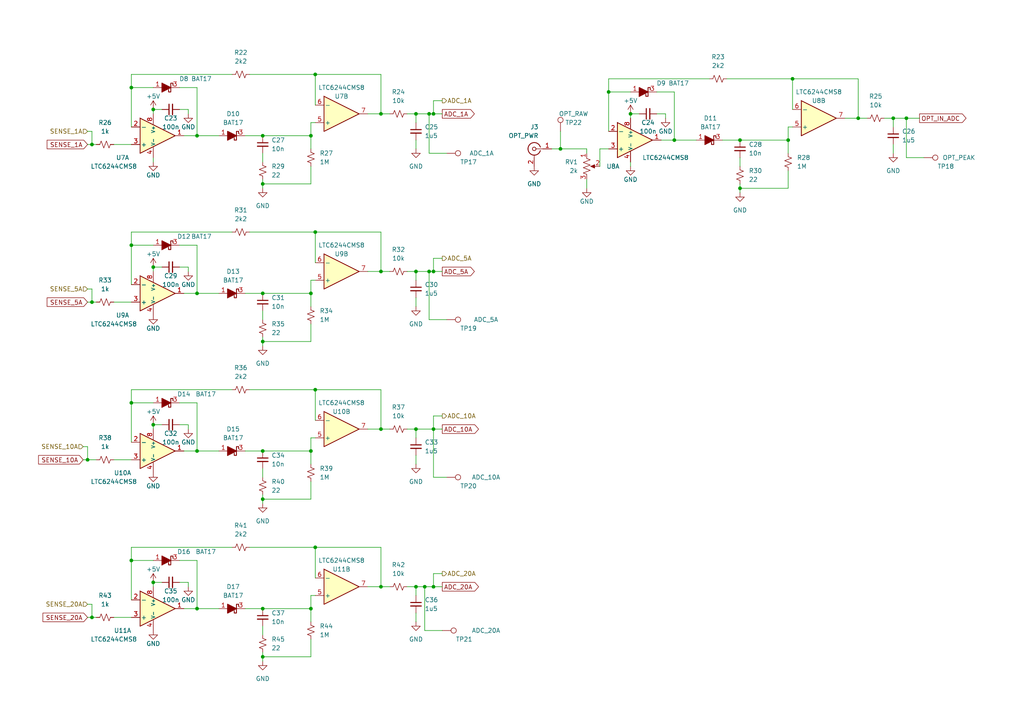
<source format=kicad_sch>
(kicad_sch (version 20231120) (generator "eeschema") (generator_version "8.0")
  (paper "A4")
  (lib_symbols
    (symbol "Connector:Conn_Coaxial" (pin_names (offset 1.016) hide)
      (property "Reference" "J" (at 0.254 3.048 0))
      (property "Value" "Conn_Coaxial" (at 2.921 0 90))
      (symbol "Conn_Coaxial_0_1"
        (arc (start -1.778 -0.508) (mid 0.2311 -1.8066) (end 1.778 0) (stroke (width 0.254)))
        (polyline (pts (xy -2.54 0) (xy -0.508 0)))
        (polyline (pts (xy 0 -2.54) (xy 0 -1.778)))
        (circle (center 0 0) (radius 0.508) (stroke (width 0.2032)))
        (arc (start 1.778 0) (mid 0.2099 1.8101) (end -1.778 0.508) (stroke (width 0.254)))
      )
      (symbol "Conn_Coaxial_1_1"
        (pin passive line (at -5.08 0 0) (length 2.54) (name "In") (number "1"))
        (pin passive line (at 0 -5.08 90) (length 2.54) (name "Ext") (number "2"))
      )
    )
    (symbol "Connector:TestPoint" (pin_numbers hide) (pin_names (offset 0.762) hide)
      (property "Reference" "TP" (at 0 6.858 0))
      (property "Value" "TestPoint" (at 0 5.08 0))
      (symbol "TestPoint_0_1"
        (circle (center 0 3.302) (radius 0.762))
      )
      (symbol "TestPoint_1_1"
        (pin passive line (at 0 0 90) (length 2.54) (name "1") (number "1"))
      )
    )
    (symbol "Device:C_Small" (pin_numbers hide) (pin_names (offset 0.254) hide)
      (property "Reference" "C" (at 0.254 1.778 0))
      (property "Value" "C_Small" (at 0.254 -2.032 0))
      (symbol "C_Small_0_1"
        (polyline (pts (xy -1.524 -0.508) (xy 1.524 -0.508)) (stroke (width 0.3302)))
        (polyline (pts (xy -1.524 0.508) (xy 1.524 0.508)) (stroke (width 0.3048)))
      )
      (symbol "C_Small_1_1"
        (pin passive line (at 0 2.54 270) (length 2.032) (name "~") (number "1"))
        (pin passive line (at 0 -2.54 90) (length 2.032) (name "~") (number "2"))
      )
    )
    (symbol "Device:R_Potentiometer_US" (pin_names (offset 1.016) hide)
      (property "Reference" "RV" (at -4.445 0 90))
      (property "Value" "R_Potentiometer_US" (at -2.54 0 90))
      (symbol "R_Potentiometer_US_0_1"
        (polyline (pts (xy 0 -2.286) (xy 0 -2.54)))
        (polyline (pts (xy 0 2.54) (xy 0 2.286)))
        (polyline (pts (xy 2.54 0) (xy 1.524 0)))
        (polyline (pts (xy 1.143 0) (xy 2.286 0.508) (xy 2.286 -0.508) (xy 1.143 0)) (fill (type outline)))
        (polyline (pts (xy 0 -0.762) (xy 1.016 -1.143) (xy 0 -1.524) (xy -1.016 -1.905) (xy 0 -2.286)))
        (polyline (pts (xy 0 0.762) (xy 1.016 0.381) (xy 0 0) (xy -1.016 -0.381) (xy 0 -0.762)))
        (polyline (pts (xy 0 2.286) (xy 1.016 1.905) (xy 0 1.524) (xy -1.016 1.143) (xy 0 0.762)))
      )
      (symbol "R_Potentiometer_US_1_1"
        (pin passive line (at 0 3.81 270) (length 1.27) (name "1") (number "1"))
        (pin passive line (at 3.81 0 180) (length 1.27) (name "2") (number "2"))
        (pin passive line (at 0 -3.81 90) (length 1.27) (name "3") (number "3"))
      )
    )
    (symbol "Device:R_Small_US" (pin_numbers hide) (pin_names (offset 0.254) hide)
      (property "Reference" "R" (at 0.762 0.508 0))
      (property "Value" "R_Small_US" (at 0.762 -1.016 0))
      (symbol "R_Small_US_1_1"
        (polyline (pts (xy 0 0) (xy 1.016 -0.381) (xy 0 -0.762) (xy -1.016 -1.143) (xy 0 -1.524)))
        (polyline (pts (xy 0 1.524) (xy 1.016 1.143) (xy 0 0.762) (xy -1.016 0.381) (xy 0 0)))
        (pin passive line (at 0 2.54 270) (length 1.016) (name "~") (number "1"))
        (pin passive line (at 0 -2.54 90) (length 1.016) (name "~") (number "2"))
      )
    )
    (symbol "PCM_Amplifier_Operational_AKL:LTC6244CMS8" (pin_names (offset 0.2))
      (property "Reference" "U" (at 1.27 7.62 0))
      (property "Value" "LTC6244CMS8" (at 1.27 5.08 0))
      (symbol "LTC6244CMS8_0_1"
        (polyline (pts (xy -3.81 5.08) (xy -3.81 -5.08) (xy 6.35 0) (xy -3.81 5.08)) (stroke (width 0.254)) (fill (type background)))
      )
      (symbol "LTC6244CMS8_1_1"
        (pin output line (at 8.89 0 180) (length 2.54) (name "~") (number "1"))
        (pin input line (at -6.35 2.54 0) (length 2.54) (name "-") (number "2"))
        (pin input line (at -6.35 -2.54 0) (length 2.54) (name "+") (number "3"))
        (pin power_in line (at 0 -6.35 90) (length 3.18) (name "V-") (number "4"))
        (pin power_in line (at 0 6.35 270) (length 3.18) (name "V+") (number "8"))
      )
      (symbol "LTC6244CMS8_2_1"
        (pin input line (at -6.35 -2.54 0) (length 2.54) (name "+") (number "5"))
        (pin input line (at -6.35 2.54 0) (length 2.54) (name "-") (number "6"))
        (pin output line (at 8.89 0 180) (length 2.54) (name "~") (number "7"))
      )
    )
    (symbol "PCM_Diode_Schottky_AKL:BAT17" (pin_names (offset 1.016) hide)
      (property "Reference" "D" (at 0 6.35 0))
      (property "Value" "BAT17" (at 0 3.81 0))
      (symbol "BAT17_0_1"
        (polyline (pts (xy -1.27 0) (xy 1.27 0)))
        (polyline (pts (xy -1.27 1.27) (xy -1.27 -1.27)) (stroke (width 0.254)))
        (polyline (pts (xy -1.27 -1.27) (xy -1.27 1.27) (xy 1.27 0) (xy -1.27 -1.27)) (stroke (width 0.254)) (fill (type outline)))
      )
      (symbol "BAT17_1_1"
        (polyline (pts (xy 1.905 0.635) (xy 1.905 1.27) (xy 1.27 1.27) (xy 1.27 -1.27) (xy 0.635 -1.27) (xy 0.635 -0.635)) (stroke (width 0.254)))
        (pin passive line (at -3.81 0 0) (length 2.54) (name "A") (number "1"))
        (pin no_connect line (at 0 0 0) (length 2.54) hide (name "NC") (number "2"))
        (pin passive line (at 3.81 0 180) (length 2.54) (name "K") (number "3"))
      )
    )
    (symbol "power:+5V" (power) (pin_names (offset 0))
      (property "Value" "+5V" (at 0 3.556 0))
      (symbol "+5V_0_1"
        (polyline (pts (xy -0.762 1.27) (xy 0 2.54)))
        (polyline (pts (xy 0 0) (xy 0 2.54)))
        (polyline (pts (xy 0 2.54) (xy 0.762 1.27)))
      )
      (symbol "+5V_1_1"
        (pin power_in line (at 0 0 90) (length 0) hide (name "+5V") (number "1"))
      )
    )
    (symbol "power:GND" (power) (pin_names (offset 0))
      (property "Value" "GND" (at 0 -3.81 0))
      (symbol "GND_0_1"
        (polyline (pts (xy 0 0) (xy 0 -1.27) (xy 1.27 -1.27) (xy 0 -2.54) (xy -1.27 -1.27) (xy 0 -1.27)))
      )
      (symbol "GND_1_1"
        (pin power_in line (at 0 0 270) (length 0) hide (name "GND") (number "1"))
      )
    )
  )
  (junction (at 44.45 123.19))
  (junction (at 124.46 78.74))
  (junction (at 38.1 71.12))
  (junction (at 90.17 176.53))
  (junction (at 26.67 87.63))
  (junction (at 120.65 33.02))
  (junction (at 176.53 26.67))
  (junction (at 229.87 22.86))
  (junction (at 125.73 170.18))
  (junction (at 195.58 40.64))
  (junction (at 90.17 130.81))
  (junction (at 76.2 190.5))
  (junction (at 76.2 53.34))
  (junction (at 76.2 176.53))
  (junction (at 91.44 158.75))
  (junction (at 26.67 179.07))
  (junction (at 76.2 144.78))
  (junction (at 38.1 162.56))
  (junction (at 26.67 41.91))
  (junction (at 25.4 133.35))
  (junction (at 76.2 85.09))
  (junction (at 120.65 78.74))
  (junction (at 57.15 85.09))
  (junction (at 182.88 33.02))
  (junction (at 125.73 78.74))
  (junction (at 57.15 39.37))
  (junction (at 162.56 43.18))
  (junction (at 91.44 21.59))
  (junction (at 76.2 39.37))
  (junction (at 90.17 85.09))
  (junction (at 262.89 34.29))
  (junction (at 123.19 170.18))
  (junction (at 76.2 99.06))
  (junction (at 248.92 34.29))
  (junction (at 214.63 40.64))
  (junction (at 90.17 39.37))
  (junction (at 38.1 116.84))
  (junction (at 44.45 31.75))
  (junction (at 125.73 33.02))
  (junction (at 259.08 34.29))
  (junction (at 110.49 78.74))
  (junction (at 110.49 170.18))
  (junction (at 57.15 130.81))
  (junction (at 44.45 77.47))
  (junction (at 120.65 124.46))
  (junction (at 124.46 33.02))
  (junction (at 125.73 124.46))
  (junction (at 91.44 67.31))
  (junction (at 76.2 130.81))
  (junction (at 91.44 113.03))
  (junction (at 38.1 25.4))
  (junction (at 120.65 170.18))
  (junction (at 110.49 124.46))
  (junction (at 214.63 54.61))
  (junction (at 110.49 33.02))
  (junction (at 57.15 176.53))
  (junction (at 44.45 168.91))
  (junction (at 228.6 40.64))
  (wire (pts (xy 228.6 54.61) (xy 214.63 54.61)))
  (wire (pts (xy 54.61 33.02) (xy 54.61 31.75)))
  (wire (pts (xy 90.17 39.37) (xy 76.2 39.37)))
  (wire (pts (xy 120.65 170.18) (xy 118.11 170.18)))
  (wire (pts (xy 76.2 189.23) (xy 76.2 190.5)))
  (wire (pts (xy 228.6 36.83) (xy 228.6 40.64)))
  (wire (pts (xy 124.46 33.02) (xy 125.73 33.02)))
  (wire (pts (xy 110.49 21.59) (xy 110.49 33.02)))
  (wire (pts (xy 52.07 25.4) (xy 57.15 25.4)))
  (wire (pts (xy 90.17 134.62) (xy 90.17 130.81)))
  (wire (pts (xy 120.65 86.36) (xy 120.65 88.9)))
  (wire (pts (xy 57.15 130.81) (xy 53.34 130.81)))
  (wire (pts (xy 90.17 85.09) (xy 76.2 85.09)))
  (wire (pts (xy 91.44 113.03) (xy 91.44 121.92)))
  (wire (pts (xy 76.2 143.51) (xy 76.2 144.78)))
  (wire (pts (xy 54.61 170.18) (xy 54.61 168.91)))
  (wire (pts (xy 91.44 158.75) (xy 91.44 167.64)))
  (wire (pts (xy 128.27 166.37) (xy 125.73 166.37)))
  (wire (pts (xy 52.07 71.12) (xy 57.15 71.12)))
  (wire (pts (xy 76.2 44.45) (xy 76.2 46.99)))
  (wire (pts (xy 54.61 123.19) (xy 52.07 123.19)))
  (wire (pts (xy 25.4 179.07) (xy 26.67 179.07)))
  (wire (pts (xy 173.99 48.26) (xy 173.99 43.18)))
  (wire (pts (xy 44.45 31.75) (xy 44.45 33.02)))
  (wire (pts (xy 176.53 26.67) (xy 176.53 38.1)))
  (wire (pts (xy 210.82 22.86) (xy 229.87 22.86)))
  (wire (pts (xy 33.02 179.07) (xy 38.1 179.07)))
  (wire (pts (xy 57.15 176.53) (xy 53.34 176.53)))
  (wire (pts (xy 90.17 190.5) (xy 76.2 190.5)))
  (wire (pts (xy 120.65 132.08) (xy 120.65 134.62)))
  (wire (pts (xy 38.1 25.4) (xy 38.1 36.83)))
  (wire (pts (xy 110.49 78.74) (xy 106.68 78.74)))
  (wire (pts (xy 120.65 127) (xy 120.65 124.46)))
  (wire (pts (xy 57.15 85.09) (xy 63.5 85.09)))
  (wire (pts (xy 38.1 71.12) (xy 44.45 71.12)))
  (wire (pts (xy 120.65 124.46) (xy 118.11 124.46)))
  (wire (pts (xy 91.44 21.59) (xy 110.49 21.59)))
  (wire (pts (xy 25.4 175.26) (xy 26.67 175.26)))
  (wire (pts (xy 26.67 175.26) (xy 26.67 179.07)))
  (wire (pts (xy 33.02 41.91) (xy 38.1 41.91)))
  (wire (pts (xy 120.65 78.74) (xy 118.11 78.74)))
  (wire (pts (xy 72.39 113.03) (xy 91.44 113.03)))
  (wire (pts (xy 267.97 45.72) (xy 262.89 45.72)))
  (wire (pts (xy 38.1 67.31) (xy 38.1 71.12)))
  (wire (pts (xy 124.46 92.71) (xy 124.46 78.74)))
  (wire (pts (xy 71.12 130.81) (xy 76.2 130.81)))
  (wire (pts (xy 91.44 67.31) (xy 91.44 76.2)))
  (wire (pts (xy 259.08 41.91) (xy 259.08 44.45)))
  (wire (pts (xy 214.63 45.72) (xy 214.63 48.26)))
  (wire (pts (xy 26.67 179.07) (xy 27.94 179.07)))
  (wire (pts (xy 91.44 127) (xy 90.17 127)))
  (wire (pts (xy 214.63 54.61) (xy 214.63 55.88)))
  (wire (pts (xy 125.73 138.43) (xy 125.73 124.46)))
  (wire (pts (xy 110.49 170.18) (xy 113.03 170.18)))
  (wire (pts (xy 44.45 31.75) (xy 46.99 31.75)))
  (wire (pts (xy 90.17 93.98) (xy 90.17 99.06)))
  (wire (pts (xy 120.65 177.8) (xy 120.65 180.34)))
  (wire (pts (xy 25.4 129.54) (xy 25.4 133.35)))
  (wire (pts (xy 76.2 90.17) (xy 76.2 92.71)))
  (wire (pts (xy 54.61 124.46) (xy 54.61 123.19)))
  (wire (pts (xy 195.58 26.67) (xy 195.58 40.64)))
  (wire (pts (xy 52.07 162.56) (xy 57.15 162.56)))
  (wire (pts (xy 57.15 162.56) (xy 57.15 176.53)))
  (wire (pts (xy 91.44 172.72) (xy 90.17 172.72)))
  (wire (pts (xy 120.65 81.28) (xy 120.65 78.74)))
  (wire (pts (xy 228.6 40.64) (xy 214.63 40.64)))
  (wire (pts (xy 90.17 35.56) (xy 90.17 39.37)))
  (wire (pts (xy 57.15 130.81) (xy 63.5 130.81)))
  (wire (pts (xy 124.46 78.74) (xy 125.73 78.74)))
  (wire (pts (xy 44.45 123.19) (xy 46.99 123.19)))
  (wire (pts (xy 44.45 168.91) (xy 46.99 168.91)))
  (wire (pts (xy 76.2 144.78) (xy 76.2 146.05)))
  (wire (pts (xy 71.12 39.37) (xy 76.2 39.37)))
  (wire (pts (xy 76.2 181.61) (xy 76.2 184.15)))
  (wire (pts (xy 120.65 35.56) (xy 120.65 33.02)))
  (wire (pts (xy 170.18 52.07) (xy 170.18 54.61)))
  (wire (pts (xy 67.31 67.31) (xy 38.1 67.31)))
  (wire (pts (xy 182.88 46.99) (xy 182.88 48.26)))
  (wire (pts (xy 209.55 40.64) (xy 214.63 40.64)))
  (wire (pts (xy 38.1 162.56) (xy 38.1 173.99)))
  (wire (pts (xy 44.45 77.47) (xy 46.99 77.47)))
  (wire (pts (xy 76.2 97.79) (xy 76.2 99.06)))
  (wire (pts (xy 38.1 21.59) (xy 38.1 25.4)))
  (wire (pts (xy 120.65 78.74) (xy 124.46 78.74)))
  (wire (pts (xy 229.87 36.83) (xy 228.6 36.83)))
  (wire (pts (xy 90.17 185.42) (xy 90.17 190.5)))
  (wire (pts (xy 162.56 38.1) (xy 162.56 43.18)))
  (wire (pts (xy 160.02 43.18) (xy 162.56 43.18)))
  (wire (pts (xy 128.27 74.93) (xy 125.73 74.93)))
  (wire (pts (xy 124.46 33.02) (xy 124.46 44.45)))
  (wire (pts (xy 129.54 92.71) (xy 124.46 92.71)))
  (wire (pts (xy 71.12 85.09) (xy 76.2 85.09)))
  (wire (pts (xy 120.65 40.64) (xy 120.65 43.18)))
  (wire (pts (xy 90.17 88.9) (xy 90.17 85.09)))
  (wire (pts (xy 54.61 31.75) (xy 52.07 31.75)))
  (wire (pts (xy 125.73 120.65) (xy 125.73 124.46)))
  (wire (pts (xy 229.87 22.86) (xy 248.92 22.86)))
  (wire (pts (xy 25.4 38.1) (xy 26.67 38.1)))
  (wire (pts (xy 44.45 45.72) (xy 44.45 46.99)))
  (wire (pts (xy 110.49 78.74) (xy 113.03 78.74)))
  (wire (pts (xy 26.67 41.91) (xy 27.94 41.91)))
  (wire (pts (xy 110.49 158.75) (xy 110.49 170.18)))
  (wire (pts (xy 90.17 48.26) (xy 90.17 53.34)))
  (wire (pts (xy 57.15 176.53) (xy 63.5 176.53)))
  (wire (pts (xy 91.44 21.59) (xy 91.44 30.48)))
  (wire (pts (xy 25.4 87.63) (xy 26.67 87.63)))
  (wire (pts (xy 72.39 21.59) (xy 91.44 21.59)))
  (wire (pts (xy 182.88 33.02) (xy 185.42 33.02)))
  (wire (pts (xy 128.27 29.21) (xy 125.73 29.21)))
  (wire (pts (xy 262.89 34.29) (xy 266.7 34.29)))
  (wire (pts (xy 195.58 40.64) (xy 201.93 40.64)))
  (wire (pts (xy 125.73 33.02) (xy 128.27 33.02)))
  (wire (pts (xy 25.4 83.82) (xy 26.67 83.82)))
  (wire (pts (xy 228.6 49.53) (xy 228.6 54.61)))
  (wire (pts (xy 262.89 34.29) (xy 262.89 45.72)))
  (wire (pts (xy 38.1 116.84) (xy 38.1 128.27)))
  (wire (pts (xy 57.15 39.37) (xy 53.34 39.37)))
  (wire (pts (xy 76.2 135.89) (xy 76.2 138.43)))
  (wire (pts (xy 120.65 170.18) (xy 123.19 170.18)))
  (wire (pts (xy 120.65 124.46) (xy 125.73 124.46)))
  (wire (pts (xy 90.17 81.28) (xy 90.17 85.09)))
  (wire (pts (xy 193.04 33.02) (xy 190.5 33.02)))
  (wire (pts (xy 26.67 83.82) (xy 26.67 87.63)))
  (wire (pts (xy 57.15 39.37) (xy 63.5 39.37)))
  (wire (pts (xy 67.31 158.75) (xy 38.1 158.75)))
  (wire (pts (xy 91.44 158.75) (xy 110.49 158.75)))
  (wire (pts (xy 57.15 116.84) (xy 57.15 130.81)))
  (wire (pts (xy 90.17 139.7) (xy 90.17 144.78)))
  (wire (pts (xy 33.02 133.35) (xy 38.1 133.35)))
  (wire (pts (xy 248.92 34.29) (xy 251.46 34.29)))
  (wire (pts (xy 91.44 81.28) (xy 90.17 81.28)))
  (wire (pts (xy 76.2 52.07) (xy 76.2 53.34)))
  (wire (pts (xy 44.45 123.19) (xy 44.45 124.46)))
  (wire (pts (xy 229.87 22.86) (xy 229.87 31.75)))
  (wire (pts (xy 38.1 113.03) (xy 38.1 116.84)))
  (wire (pts (xy 110.49 33.02) (xy 106.68 33.02)))
  (wire (pts (xy 193.04 34.29) (xy 193.04 33.02)))
  (wire (pts (xy 90.17 172.72) (xy 90.17 176.53)))
  (wire (pts (xy 214.63 53.34) (xy 214.63 54.61)))
  (wire (pts (xy 129.54 44.45) (xy 124.46 44.45)))
  (wire (pts (xy 38.1 71.12) (xy 38.1 82.55)))
  (wire (pts (xy 248.92 34.29) (xy 245.11 34.29)))
  (wire (pts (xy 128.27 182.88) (xy 123.19 182.88)))
  (wire (pts (xy 205.74 22.86) (xy 176.53 22.86)))
  (wire (pts (xy 57.15 85.09) (xy 53.34 85.09)))
  (wire (pts (xy 125.73 170.18) (xy 128.27 170.18)))
  (wire (pts (xy 67.31 21.59) (xy 38.1 21.59)))
  (wire (pts (xy 67.31 113.03) (xy 38.1 113.03)))
  (wire (pts (xy 38.1 116.84) (xy 44.45 116.84)))
  (wire (pts (xy 91.44 67.31) (xy 110.49 67.31)))
  (wire (pts (xy 26.67 38.1) (xy 26.67 41.91)))
  (wire (pts (xy 259.08 36.83) (xy 259.08 34.29)))
  (wire (pts (xy 228.6 44.45) (xy 228.6 40.64)))
  (wire (pts (xy 90.17 130.81) (xy 76.2 130.81)))
  (wire (pts (xy 76.2 53.34) (xy 76.2 54.61)))
  (wire (pts (xy 76.2 190.5) (xy 76.2 191.77)))
  (wire (pts (xy 25.4 41.91) (xy 26.67 41.91)))
  (wire (pts (xy 26.67 87.63) (xy 27.94 87.63)))
  (wire (pts (xy 25.4 133.35) (xy 27.94 133.35)))
  (wire (pts (xy 162.56 43.18) (xy 170.18 43.18)))
  (wire (pts (xy 57.15 25.4) (xy 57.15 39.37)))
  (wire (pts (xy 182.88 33.02) (xy 182.88 34.29)))
  (wire (pts (xy 125.73 166.37) (xy 125.73 170.18)))
  (wire (pts (xy 125.73 29.21) (xy 125.73 33.02)))
  (wire (pts (xy 54.61 77.47) (xy 52.07 77.47)))
  (wire (pts (xy 90.17 180.34) (xy 90.17 176.53)))
  (wire (pts (xy 90.17 127) (xy 90.17 130.81)))
  (wire (pts (xy 123.19 170.18) (xy 125.73 170.18)))
  (wire (pts (xy 44.45 168.91) (xy 44.45 170.18)))
  (wire (pts (xy 38.1 25.4) (xy 44.45 25.4)))
  (wire (pts (xy 125.73 74.93) (xy 125.73 78.74)))
  (wire (pts (xy 195.58 40.64) (xy 191.77 40.64)))
  (wire (pts (xy 248.92 22.86) (xy 248.92 34.29)))
  (wire (pts (xy 120.65 33.02) (xy 118.11 33.02)))
  (wire (pts (xy 110.49 33.02) (xy 113.03 33.02)))
  (wire (pts (xy 57.15 71.12) (xy 57.15 85.09)))
  (wire (pts (xy 120.65 33.02) (xy 124.46 33.02)))
  (wire (pts (xy 120.65 172.72) (xy 120.65 170.18)))
  (wire (pts (xy 173.99 43.18) (xy 176.53 43.18)))
  (wire (pts (xy 38.1 162.56) (xy 44.45 162.56)))
  (wire (pts (xy 259.08 34.29) (xy 262.89 34.29)))
  (wire (pts (xy 54.61 78.74) (xy 54.61 77.47)))
  (wire (pts (xy 259.08 34.29) (xy 256.54 34.29)))
  (wire (pts (xy 24.13 129.54) (xy 25.4 129.54)))
  (wire (pts (xy 90.17 53.34) (xy 76.2 53.34)))
  (wire (pts (xy 176.53 22.86) (xy 176.53 26.67)))
  (wire (pts (xy 24.13 133.35) (xy 25.4 133.35)))
  (wire (pts (xy 91.44 113.03) (xy 110.49 113.03)))
  (wire (pts (xy 72.39 158.75) (xy 91.44 158.75)))
  (wire (pts (xy 72.39 67.31) (xy 91.44 67.31)))
  (wire (pts (xy 176.53 26.67) (xy 182.88 26.67)))
  (wire (pts (xy 71.12 176.53) (xy 76.2 176.53)))
  (wire (pts (xy 91.44 35.56) (xy 90.17 35.56)))
  (wire (pts (xy 44.45 77.47) (xy 44.45 78.74)))
  (wire (pts (xy 129.54 138.43) (xy 125.73 138.43)))
  (wire (pts (xy 110.49 124.46) (xy 113.03 124.46)))
  (wire (pts (xy 33.02 87.63) (xy 38.1 87.63)))
  (wire (pts (xy 54.61 168.91) (xy 52.07 168.91)))
  (wire (pts (xy 90.17 99.06) (xy 76.2 99.06)))
  (wire (pts (xy 128.27 120.65) (xy 125.73 120.65)))
  (wire (pts (xy 125.73 78.74) (xy 128.27 78.74)))
  (wire (pts (xy 123.19 182.88) (xy 123.19 170.18)))
  (wire (pts (xy 125.73 124.46) (xy 128.27 124.46)))
  (wire (pts (xy 110.49 170.18) (xy 106.68 170.18)))
  (wire (pts (xy 110.49 124.46) (xy 106.68 124.46)))
  (wire (pts (xy 76.2 99.06) (xy 76.2 100.33)))
  (wire (pts (xy 90.17 43.18) (xy 90.17 39.37)))
  (wire (pts (xy 110.49 67.31) (xy 110.49 78.74)))
  (wire (pts (xy 170.18 43.18) (xy 170.18 44.45)))
  (wire (pts (xy 38.1 158.75) (xy 38.1 162.56)))
  (wire (pts (xy 190.5 26.67) (xy 195.58 26.67)))
  (wire (pts (xy 90.17 176.53) (xy 76.2 176.53)))
  (wire (pts (xy 52.07 116.84) (xy 57.15 116.84)))
  (wire (pts (xy 90.17 144.78) (xy 76.2 144.78)))
  (wire (pts (xy 110.49 113.03) (xy 110.49 124.46)))
  (global_label "SENSE_5A" (shape input) (at 25.4 87.63 180) (property "Intersheetrefs" "${INTERSHEET_REFS}" (effects (hide yes))))
  (global_label "ADC_5A" (shape output) (at 128.27 78.74 0) (property "Intersheetrefs" "${INTERSHEET_REFS}" (effects (hide yes))))
  (global_label "ADC_1A" (shape output) (at 128.27 33.02 0) (property "Intersheetrefs" "${INTERSHEET_REFS}" (effects (hide yes))))
  (global_label "ADC_20A" (shape output) (at 128.27 170.18 0) (property "Intersheetrefs" "${INTERSHEET_REFS}" (effects (hide yes))))
  (global_label "OPT_IN_ADC" (shape output) (at 266.7 34.29 0) (property "Intersheetrefs" "${INTERSHEET_REFS}" (effects (hide yes))))
  (global_label "ADC_10A" (shape output) (at 128.27 124.46 0) (property "Intersheetrefs" "${INTERSHEET_REFS}" (effects (hide yes))))
  (global_label "SENSE_10A" (shape input) (at 24.13 133.35 180) (property "Intersheetrefs" "${INTERSHEET_REFS}" (effects (hide yes))))
  (global_label "SENSE_1A" (shape input) (at 25.4 41.91 180) (property "Intersheetrefs" "${INTERSHEET_REFS}" (effects (hide yes))))
  (global_label "SENSE_20A" (shape input) (at 25.4 179.07 180) (property "Intersheetrefs" "${INTERSHEET_REFS}" (effects (hide yes))))
  (hierarchical_label "SENSE_1A" (shape input) (at 25.4 38.1 180))
  (hierarchical_label "ADC_1A" (shape output) (at 128.27 29.21 0))
  (hierarchical_label "ADC_10A" (shape output) (at 128.27 120.65 0))
  (hierarchical_label "SENSE_20A" (shape input) (at 25.4 175.26 180))
  (hierarchical_label "SENSE_5A" (shape input) (at 25.4 83.82 180))
  (hierarchical_label "ADC_5A" (shape output) (at 128.27 74.93 0))
  (hierarchical_label "ADC_20A" (shape output) (at 128.27 166.37 0))
  (hierarchical_label "SENSE_10A" (shape input) (at 24.13 129.54 180))
  (symbol (lib_id "Device:R_Small_US") (at 69.85 21.59 90) (unit 1)
    (property "Reference" "R22" (at 69.85 15.24 90))
    (property "Value" "2k2" (at 69.85 17.78 90))
    (property "Footprint" "Resistor_SMD:R_0603_1608Metric_Pad0.98x0.95mm_HandSolder" (effects (hide yes)))
  )
  (symbol (lib_id "power:GND") (at 54.61 33.02 0) (unit 1)
    (property "Reference" "#PWR045" (effects (hide yes)))
    (property "Value" "GND" (at 54.61 36.83 0))
  )
  (symbol (lib_id "Device:C_Small") (at 120.65 38.1 0) (unit 1)
    (property "Reference" "C25" (at 123.19 36.8363 0) (effects (justify left)))
    (property "Value" "1u5" (at 123.19 39.3763 0) (effects (justify left)))
    (property "Footprint" "Capacitor_SMD:C_0603_1608Metric_Pad1.08x0.95mm_HandSolder" (effects (hide yes)))
  )
  (symbol (lib_id "Device:R_Small_US") (at 115.57 170.18 90) (unit 1)
    (property "Reference" "R42" (at 115.57 163.83 90))
    (property "Value" "10k" (at 115.57 166.37 90))
    (property "Footprint" "Resistor_SMD:R_0603_1608Metric_Pad0.98x0.95mm_HandSolder" (effects (hide yes)))
  )
  (symbol (lib_id "Device:C_Small") (at 259.08 39.37 0) (unit 1)
    (property "Reference" "C26" (at 261.62 38.1063 0) (effects (justify left)))
    (property "Value" "1u5" (at 261.62 40.6463 0) (effects (justify left)))
    (property "Footprint" "Capacitor_SMD:C_0603_1608Metric_Pad1.08x0.95mm_HandSolder" (effects (hide yes)))
  )
  (symbol (lib_id "power:GND") (at 120.65 88.9 0) (unit 1)
    (property "Reference" "#PWR058" (effects (hide yes)))
    (property "Value" "GND" (at 120.65 93.98 0))
  )
  (symbol (lib_id "power:GND") (at 170.18 54.61 0) (mirror y) (unit 1)
    (property "Reference" "#PWR054" (effects (hide yes)))
    (property "Value" "GND" (at 170.18 58.42 0))
  )
  (symbol (lib_id "Connector:TestPoint") (at 129.54 92.71 270) (unit 1)
    (property "Reference" "TP19" (at 135.89 95.25 90))
    (property "Value" "ADC_5A" (at 140.97 92.71 90))
    (property "Footprint" "DW_Library:Keystone-1502-2" (effects (hide yes)))
  )
  (symbol (lib_id "Device:R_Small_US") (at 115.57 33.02 90) (unit 1)
    (property "Reference" "R24" (at 115.57 26.67 90))
    (property "Value" "10k" (at 115.57 29.21 90))
    (property "Footprint" "Resistor_SMD:R_0603_1608Metric_Pad0.98x0.95mm_HandSolder" (effects (hide yes)))
  )
  (symbol (lib_id "Device:R_Small_US") (at 115.57 124.46 90) (unit 1)
    (property "Reference" "R37" (at 115.57 118.11 90))
    (property "Value" "10k" (at 115.57 120.65 90))
    (property "Footprint" "Resistor_SMD:R_0603_1608Metric_Pad0.98x0.95mm_HandSolder" (effects (hide yes)))
  )
  (symbol (lib_id "Device:R_Small_US") (at 76.2 49.53 0) (unit 1)
    (property "Reference" "R29" (at 78.74 48.26 0) (effects (justify left)))
    (property "Value" "22" (at 78.74 50.8 0) (effects (justify left)))
    (property "Footprint" "Resistor_SMD:R_0603_1608Metric_Pad0.98x0.95mm_HandSolder" (effects (hide yes)))
  )
  (symbol (lib_id "Device:R_Small_US") (at 208.28 22.86 90) (unit 1)
    (property "Reference" "R23" (at 208.28 16.51 90))
    (property "Value" "2k2" (at 208.28 19.05 90))
    (property "Footprint" "Resistor_SMD:R_0603_1608Metric_Pad0.98x0.95mm_HandSolder" (effects (hide yes)))
  )
  (symbol (lib_id "Device:R_Small_US") (at 76.2 140.97 0) (unit 1)
    (property "Reference" "R40" (at 78.74 139.7 0) (effects (justify left)))
    (property "Value" "22" (at 78.74 142.24 0) (effects (justify left)))
    (property "Footprint" "Resistor_SMD:R_0603_1608Metric_Pad0.98x0.95mm_HandSolder" (effects (hide yes)))
  )
  (symbol (lib_id "Device:R_Small_US") (at 76.2 186.69 0) (unit 1)
    (property "Reference" "R45" (at 78.74 185.42 0) (effects (justify left)))
    (property "Value" "22" (at 78.74 187.96 0) (effects (justify left)))
    (property "Footprint" "Resistor_SMD:R_0603_1608Metric_Pad0.98x0.95mm_HandSolder" (effects (hide yes)))
  )
  (symbol (lib_id "power:GND") (at 44.45 182.88 0) (unit 1)
    (property "Reference" "#PWR069" (effects (hide yes)))
    (property "Value" "GND" (at 44.45 186.69 0))
  )
  (symbol (lib_id "Device:R_Small_US") (at 69.85 67.31 90) (unit 1)
    (property "Reference" "R31" (at 69.85 60.96 90))
    (property "Value" "2k2" (at 69.85 63.5 90))
    (property "Footprint" "Resistor_SMD:R_0603_1608Metric_Pad0.98x0.95mm_HandSolder" (effects (hide yes)))
  )
  (symbol (lib_id "Device:R_Small_US") (at 30.48 179.07 90) (unit 1)
    (property "Reference" "R43" (at 30.48 172.72 90))
    (property "Value" "1k" (at 30.48 175.26 90))
    (property "Footprint" "Resistor_SMD:R_0603_1608Metric_Pad0.98x0.95mm_HandSolder" (effects (hide yes)))
  )
  (symbol (lib_id "Device:C_Small") (at 76.2 41.91 0) (unit 1)
    (property "Reference" "C27" (at 78.74 40.6463 0) (effects (justify left)))
    (property "Value" "10n" (at 78.74 43.1863 0) (effects (justify left)))
    (property "Footprint" "Capacitor_SMD:C_0603_1608Metric_Pad1.08x0.95mm_HandSolder" (effects (hide yes)))
  )
  (symbol (lib_id "power:GND") (at 214.63 55.88 0) (unit 1)
    (property "Reference" "#PWR055" (effects (hide yes)))
    (property "Value" "GND" (at 214.63 60.96 0))
  )
  (symbol (lib_id "Device:R_Small_US") (at 214.63 50.8 0) (unit 1)
    (property "Reference" "R30" (at 217.17 49.53 0) (effects (justify left)))
    (property "Value" "22" (at 217.17 52.07 0) (effects (justify left)))
    (property "Footprint" "Resistor_SMD:R_0603_1608Metric_Pad0.98x0.95mm_HandSolder" (effects (hide yes)))
  )
  (symbol (lib_id "PCM_Diode_Schottky_AKL:BAT17") (at 48.26 162.56 0) (unit 1)
    (property "Reference" "D16" (at 53.34 160.02 0))
    (property "Value" "BAT17" (at 59.69 160.02 0))
    (property "Footprint" "Package_TO_SOT_SMD:SOT-23" (effects (hide yes)))
    (property "Datasheet" "https://www.tme.eu/Document/d687487cb10ea7fc40a74e801e7f61ce/BAT17.pdf" (effects (hide yes)))
  )
  (symbol (lib_id "Device:R_Small_US") (at 30.48 41.91 90) (unit 1)
    (property "Reference" "R26" (at 30.48 35.56 90))
    (property "Value" "1k" (at 30.48 38.1 90))
    (property "Footprint" "Resistor_SMD:R_0603_1608Metric_Pad0.98x0.95mm_HandSolder" (effects (hide yes)))
  )
  (symbol (lib_id "Connector:TestPoint") (at 162.56 38.1 0) (unit 1)
    (property "Reference" "TP22" (at 166.37 35.56 0))
    (property "Value" "OPT_RAW" (at 166.37 33.02 0))
    (property "Footprint" "DW_Library:Keystone-1502-2" (effects (hide yes)))
  )
  (symbol (lib_id "PCM_Diode_Schottky_AKL:BAT17") (at 48.26 71.12 0) (unit 1)
    (property "Reference" "D12" (at 53.34 68.58 0))
    (property "Value" "BAT17" (at 58.42 68.58 0))
    (property "Footprint" "Package_TO_SOT_SMD:SOT-23" (effects (hide yes)))
    (property "Datasheet" "https://www.tme.eu/Document/d687487cb10ea7fc40a74e801e7f61ce/BAT17.pdf" (effects (hide yes)))
  )
  (symbol (lib_id "PCM_Diode_Schottky_AKL:BAT17") (at 67.31 39.37 0) (unit 1)
    (property "Reference" "D10" (at 67.6275 33.02 0))
    (property "Value" "BAT17" (at 67.6275 35.56 0))
    (property "Footprint" "Package_TO_SOT_SMD:SOT-23" (effects (hide yes)))
    (property "Datasheet" "https://www.tme.eu/Document/d687487cb10ea7fc40a74e801e7f61ce/BAT17.pdf" (effects (hide yes)))
  )
  (symbol (lib_id "power:+5V") (at 44.45 168.91 0) (unit 1)
    (property "Reference" "#PWR066" (effects (hide yes)))
    (property "Value" "+5V" (at 44.45 165.1 0))
  )
  (symbol (lib_id "PCM_Diode_Schottky_AKL:BAT17") (at 67.31 176.53 0) (unit 1)
    (property "Reference" "D17" (at 67.6275 170.18 0))
    (property "Value" "BAT17" (at 67.6275 172.72 0))
    (property "Footprint" "Package_TO_SOT_SMD:SOT-23" (effects (hide yes)))
    (property "Datasheet" "https://www.tme.eu/Document/d687487cb10ea7fc40a74e801e7f61ce/BAT17.pdf" (effects (hide yes)))
  )
  (symbol (lib_id "Device:C_Small") (at 76.2 179.07 0) (unit 1)
    (property "Reference" "C37" (at 78.74 177.8063 0) (effects (justify left)))
    (property "Value" "10n" (at 78.74 180.3463 0) (effects (justify left)))
    (property "Footprint" "Capacitor_SMD:C_0603_1608Metric_Pad1.08x0.95mm_HandSolder" (effects (hide yes)))
  )
  (symbol (lib_id "power:GND") (at 54.61 170.18 0) (unit 1)
    (property "Reference" "#PWR067" (effects (hide yes)))
    (property "Value" "GND" (at 54.61 173.99 0))
  )
  (symbol (lib_id "power:GND") (at 120.65 43.18 0) (unit 1)
    (property "Reference" "#PWR048" (effects (hide yes)))
    (property "Value" "GND" (at 120.65 48.26 0))
  )
  (symbol (lib_id "power:+5V") (at 44.45 31.75 0) (unit 1)
    (property "Reference" "#PWR044" (effects (hide yes)))
    (property "Value" "+5V" (at 44.45 27.94 0))
  )
  (symbol (lib_id "Device:R_Small_US") (at 90.17 45.72 0) (unit 1)
    (property "Reference" "R27" (at 92.71 44.45 0) (effects (justify left)))
    (property "Value" "1M" (at 92.71 46.99 0) (effects (justify left)))
    (property "Footprint" "Resistor_SMD:R_0603_1608Metric_Pad0.98x0.95mm_HandSolder" (effects (hide yes)))
  )
  (symbol (lib_id "power:GND") (at 54.61 78.74 0) (unit 1)
    (property "Reference" "#PWR057" (effects (hide yes)))
    (property "Value" "GND" (at 54.61 82.55 0))
  )
  (symbol (lib_id "power:GND") (at 54.61 124.46 0) (unit 1)
    (property "Reference" "#PWR062" (effects (hide yes)))
    (property "Value" "GND" (at 54.61 128.27 0))
  )
  (symbol (lib_id "power:GND") (at 44.45 137.16 0) (unit 1)
    (property "Reference" "#PWR064" (effects (hide yes)))
    (property "Value" "GND" (at 44.45 140.97 0))
  )
  (symbol (lib_id "Connector:TestPoint") (at 129.54 44.45 270) (unit 1)
    (property "Reference" "TP17" (at 135.89 46.99 90))
    (property "Value" "ADC_1A" (at 139.7 44.45 90))
    (property "Footprint" "DW_Library:Keystone-1502-2" (effects (hide yes)))
  )
  (symbol (lib_id "Device:C_Small") (at 49.53 77.47 90) (unit 1)
    (property "Reference" "C29" (at 49.53 80.01 90))
    (property "Value" "100n" (at 49.53 82.55 90))
    (property "Footprint" "Capacitor_SMD:C_0603_1608Metric_Pad1.08x0.95mm_HandSolder" (effects (hide yes)))
  )
  (symbol (lib_id "PCM_Diode_Schottky_AKL:BAT17") (at 186.69 26.67 0) (unit 1)
    (property "Reference" "D9" (at 191.77 24.13 0))
    (property "Value" "BAT17" (at 196.85 24.13 0))
    (property "Footprint" "Package_TO_SOT_SMD:SOT-23" (effects (hide yes)))
    (property "Datasheet" "https://www.tme.eu/Document/d687487cb10ea7fc40a74e801e7f61ce/BAT17.pdf" (effects (hide yes)))
  )
  (symbol (lib_id "power:GND") (at 44.45 46.99 0) (unit 1)
    (property "Reference" "#PWR050" (effects (hide yes)))
    (property "Value" "GND" (at 44.45 50.8 0))
  )
  (symbol (lib_id "PCM_Amplifier_Operational_AKL:LTC6244CMS8") (at 97.79 124.46 0) (unit 2)
    (property "Reference" "U10" (at 99.06 119.38 0))
    (property "Value" "LTC6244CMS8" (at 99.06 116.84 0))
    (property "Footprint" "Package_SO:MSOP-8_3x3mm_P0.65mm" (effects (hide yes)))
    (property "Datasheet" "https://www.tme.eu/Document/9b7e0c22f3a435802a00b60d4aff23a7/LTC6240_1_2.pdf" (effects (hide yes)))
  )
  (symbol (lib_id "Connector:TestPoint") (at 128.27 182.88 270) (unit 1)
    (property "Reference" "TP21" (at 134.62 185.42 90))
    (property "Value" "ADC_20A" (at 140.97 182.88 90))
    (property "Footprint" "DW_Library:Keystone-1502-2" (effects (hide yes)))
  )
  (symbol (lib_id "Device:R_Small_US") (at 90.17 182.88 0) (unit 1)
    (property "Reference" "R44" (at 92.71 181.61 0) (effects (justify left)))
    (property "Value" "1M" (at 92.71 184.15 0) (effects (justify left)))
    (property "Footprint" "Resistor_SMD:R_0603_1608Metric_Pad0.98x0.95mm_HandSolder" (effects (hide yes)))
  )
  (symbol (lib_id "Device:R_Small_US") (at 254 34.29 90) (unit 1)
    (property "Reference" "R25" (at 254 27.94 90))
    (property "Value" "10k" (at 254 30.48 90))
    (property "Footprint" "Resistor_SMD:R_0603_1608Metric_Pad0.98x0.95mm_HandSolder" (effects (hide yes)))
  )
  (symbol (lib_id "PCM_Amplifier_Operational_AKL:LTC6244CMS8") (at 44.45 176.53 0) (unit 1)
    (property "Reference" "U11" (at 35.56 182.88 0))
    (property "Value" "LTC6244CMS8" (at 33.02 185.42 0))
    (property "Footprint" "Package_SO:MSOP-8_3x3mm_P0.65mm" (effects (hide yes)))
    (property "Datasheet" "https://www.tme.eu/Document/9b7e0c22f3a435802a00b60d4aff23a7/LTC6240_1_2.pdf" (effects (hide yes)))
  )
  (symbol (lib_id "Connector:Conn_Coaxial") (at 154.94 43.18 0) (mirror y) (unit 1)
    (property "Reference" "J3" (at 156.21 36.83 0) (effects (justify left)))
    (property "Value" "OPT_PWR" (at 156.21 39.37 0) (effects (justify left)))
    (property "Footprint" "DW_Library:BNC_Molex_0731375003" (effects (hide yes)))
    (property "Datasheet" " ~" (effects (hide yes)))
  )
  (symbol (lib_id "PCM_Amplifier_Operational_AKL:LTC6244CMS8") (at 44.45 130.81 0) (unit 1)
    (property "Reference" "U10" (at 35.56 137.16 0))
    (property "Value" "LTC6244CMS8" (at 33.02 139.7 0))
    (property "Footprint" "Package_SO:MSOP-8_3x3mm_P0.65mm" (effects (hide yes)))
    (property "Datasheet" "https://www.tme.eu/Document/9b7e0c22f3a435802a00b60d4aff23a7/LTC6240_1_2.pdf" (effects (hide yes)))
  )
  (symbol (lib_id "Device:C_Small") (at 187.96 33.02 90) (unit 1)
    (property "Reference" "C24" (at 187.96 35.56 90))
    (property "Value" "100n" (at 187.96 38.1 90))
    (property "Footprint" "Capacitor_SMD:C_0603_1608Metric_Pad1.08x0.95mm_HandSolder" (effects (hide yes)))
  )
  (symbol (lib_id "Device:C_Small") (at 49.53 123.19 90) (unit 1)
    (property "Reference" "C32" (at 49.53 125.73 90))
    (property "Value" "100n" (at 49.53 128.27 90))
    (property "Footprint" "Capacitor_SMD:C_0603_1608Metric_Pad1.08x0.95mm_HandSolder" (effects (hide yes)))
  )
  (symbol (lib_id "PCM_Amplifier_Operational_AKL:LTC6244CMS8") (at 97.79 78.74 0) (unit 2)
    (property "Reference" "U9" (at 99.06 73.66 0))
    (property "Value" "LTC6244CMS8" (at 99.06 71.12 0))
    (property "Footprint" "Package_SO:MSOP-8_3x3mm_P0.65mm" (effects (hide yes)))
    (property "Datasheet" "https://www.tme.eu/Document/9b7e0c22f3a435802a00b60d4aff23a7/LTC6240_1_2.pdf" (effects (hide yes)))
  )
  (symbol (lib_id "power:+5V") (at 44.45 77.47 0) (unit 1)
    (property "Reference" "#PWR056" (effects (hide yes)))
    (property "Value" "+5V" (at 44.45 73.66 0))
  )
  (symbol (lib_id "PCM_Amplifier_Operational_AKL:LTC6244CMS8") (at 97.79 170.18 0) (unit 2)
    (property "Reference" "U11" (at 99.06 165.1 0))
    (property "Value" "LTC6244CMS8" (at 99.06 162.56 0))
    (property "Footprint" "Package_SO:MSOP-8_3x3mm_P0.65mm" (effects (hide yes)))
    (property "Datasheet" "https://www.tme.eu/Document/9b7e0c22f3a435802a00b60d4aff23a7/LTC6240_1_2.pdf" (effects (hide yes)))
  )
  (symbol (lib_id "Device:R_Small_US") (at 228.6 46.99 0) (unit 1)
    (property "Reference" "R28" (at 231.14 45.72 0) (effects (justify left)))
    (property "Value" "1M" (at 231.14 48.26 0) (effects (justify left)))
    (property "Footprint" "Resistor_SMD:R_0603_1608Metric_Pad0.98x0.95mm_HandSolder" (effects (hide yes)))
  )
  (symbol (lib_id "power:GND") (at 182.88 48.26 0) (unit 1)
    (property "Reference" "#PWR052" (effects (hide yes)))
    (property "Value" "GND" (at 182.88 52.07 0))
  )
  (symbol (lib_id "PCM_Diode_Schottky_AKL:BAT17") (at 67.31 85.09 0) (unit 1)
    (property "Reference" "D13" (at 67.6275 78.74 0))
    (property "Value" "BAT17" (at 67.6275 81.28 0))
    (property "Footprint" "Package_TO_SOT_SMD:SOT-23" (effects (hide yes)))
    (property "Datasheet" "https://www.tme.eu/Document/d687487cb10ea7fc40a74e801e7f61ce/BAT17.pdf" (effects (hide yes)))
  )
  (symbol (lib_id "PCM_Diode_Schottky_AKL:BAT17") (at 67.31 130.81 0) (unit 1)
    (property "Reference" "D15" (at 67.6275 124.46 0))
    (property "Value" "BAT17" (at 67.6275 127 0))
    (property "Footprint" "Package_TO_SOT_SMD:SOT-23" (effects (hide yes)))
    (property "Datasheet" "https://www.tme.eu/Document/d687487cb10ea7fc40a74e801e7f61ce/BAT17.pdf" (effects (hide yes)))
  )
  (symbol (lib_id "Device:R_Small_US") (at 30.48 87.63 90) (unit 1)
    (property "Reference" "R33" (at 30.48 81.28 90))
    (property "Value" "1k" (at 30.48 83.82 90))
    (property "Footprint" "Resistor_SMD:R_0603_1608Metric_Pad0.98x0.95mm_HandSolder" (effects (hide yes)))
  )
  (symbol (lib_id "Device:C_Small") (at 49.53 31.75 90) (unit 1)
    (property "Reference" "C23" (at 49.53 34.29 90))
    (property "Value" "100n" (at 49.53 36.83 90))
    (property "Footprint" "Capacitor_SMD:C_0603_1608Metric_Pad1.08x0.95mm_HandSolder" (effects (hide yes)))
  )
  (symbol (lib_id "Connector:TestPoint") (at 129.54 138.43 270) (unit 1)
    (property "Reference" "TP20" (at 135.89 140.97 90))
    (property "Value" "ADC_10A" (at 140.97 138.43 90))
    (property "Footprint" "DW_Library:Keystone-1502-2" (effects (hide yes)))
  )
  (symbol (lib_id "PCM_Diode_Schottky_AKL:BAT17") (at 48.26 25.4 0) (unit 1)
    (property "Reference" "D8" (at 53.34 22.86 0))
    (property "Value" "BAT17" (at 58.42 22.86 0))
    (property "Footprint" "Package_TO_SOT_SMD:SOT-23" (effects (hide yes)))
    (property "Datasheet" "https://www.tme.eu/Document/d687487cb10ea7fc40a74e801e7f61ce/BAT17.pdf" (effects (hide yes)))
  )
  (symbol (lib_id "power:+5V") (at 44.45 123.19 0) (unit 1)
    (property "Reference" "#PWR061" (effects (hide yes)))
    (property "Value" "+5V" (at 44.45 119.38 0))
  )
  (symbol (lib_id "PCM_Amplifier_Operational_AKL:LTC6244CMS8") (at 236.22 34.29 0) (unit 2)
    (property "Reference" "U8" (at 237.49 29.21 0))
    (property "Value" "LTC6244CMS8" (at 237.49 26.67 0))
    (property "Footprint" "Package_SO:MSOP-8_3x3mm_P0.65mm" (effects (hide yes)))
    (property "Datasheet" "https://www.tme.eu/Document/9b7e0c22f3a435802a00b60d4aff23a7/LTC6240_1_2.pdf" (effects (hide yes)))
  )
  (symbol (lib_id "power:GND") (at 259.08 44.45 0) (unit 1)
    (property "Reference" "#PWR049" (effects (hide yes)))
    (property "Value" "GND" (at 259.08 49.53 0))
  )
  (symbol (lib_id "Device:C_Small") (at 76.2 133.35 0) (unit 1)
    (property "Reference" "C34" (at 78.74 132.0863 0) (effects (justify left)))
    (property "Value" "10n" (at 78.74 134.6263 0) (effects (justify left)))
    (property "Footprint" "Capacitor_SMD:C_0603_1608Metric_Pad1.08x0.95mm_HandSolder" (effects (hide yes)))
  )
  (symbol (lib_id "power:GND") (at 44.45 91.44 0) (unit 1)
    (property "Reference" "#PWR059" (effects (hide yes)))
    (property "Value" "GND" (at 44.45 95.25 0))
  )
  (symbol (lib_id "Device:R_Small_US") (at 30.48 133.35 90) (unit 1)
    (property "Reference" "R38" (at 30.48 127 90))
    (property "Value" "1k" (at 30.48 129.54 90))
    (property "Footprint" "Resistor_SMD:R_0603_1608Metric_Pad0.98x0.95mm_HandSolder" (effects (hide yes)))
  )
  (symbol (lib_id "Device:R_Small_US") (at 76.2 95.25 0) (unit 1)
    (property "Reference" "R35" (at 78.74 93.98 0) (effects (justify left)))
    (property "Value" "22" (at 78.74 96.52 0) (effects (justify left)))
    (property "Footprint" "Resistor_SMD:R_0603_1608Metric_Pad0.98x0.95mm_HandSolder" (effects (hide yes)))
  )
  (symbol (lib_id "power:GND") (at 120.65 134.62 0) (unit 1)
    (property "Reference" "#PWR063" (effects (hide yes)))
    (property "Value" "GND" (at 120.65 139.7 0))
  )
  (symbol (lib_id "Connector:TestPoint") (at 267.97 45.72 270) (unit 1)
    (property "Reference" "TP18" (at 274.32 48.26 90))
    (property "Value" "OPT_PEAK" (at 278.13 45.72 90))
    (property "Footprint" "DW_Library:Keystone-1502-2" (effects (hide yes)))
  )
  (symbol (lib_id "Device:C_Small") (at 214.63 43.18 0) (unit 1)
    (property "Reference" "C28" (at 217.17 41.9163 0) (effects (justify left)))
    (property "Value" "10n" (at 217.17 44.4563 0) (effects (justify left)))
    (property "Footprint" "Capacitor_SMD:C_0603_1608Metric_Pad1.08x0.95mm_HandSolder" (effects (hide yes)))
  )
  (symbol (lib_id "power:+5V") (at 182.88 33.02 0) (unit 1)
    (property "Reference" "#PWR046" (effects (hide yes)))
    (property "Value" "+5V" (at 182.88 29.21 0))
  )
  (symbol (lib_id "power:GND") (at 154.94 48.26 0) (mirror y) (unit 1)
    (property "Reference" "#PWR051" (effects (hide yes)))
    (property "Value" "GND" (at 154.94 53.34 0))
  )
  (symbol (lib_id "Device:R_Small_US") (at 69.85 158.75 90) (unit 1)
    (property "Reference" "R41" (at 69.85 152.4 90))
    (property "Value" "2k2" (at 69.85 154.94 90))
    (property "Footprint" "Resistor_SMD:R_0603_1608Metric_Pad0.98x0.95mm_HandSolder" (effects (hide yes)))
  )
  (symbol (lib_id "PCM_Amplifier_Operational_AKL:LTC6244CMS8") (at 44.45 39.37 0) (unit 1)
    (property "Reference" "U7" (at 35.56 45.72 0))
    (property "Value" "LTC6244CMS8" (at 33.02 48.26 0))
    (property "Footprint" "Package_SO:MSOP-8_3x3mm_P0.65mm" (effects (hide yes)))
    (property "Datasheet" "https://www.tme.eu/Document/9b7e0c22f3a435802a00b60d4aff23a7/LTC6240_1_2.pdf" (effects (hide yes)))
  )
  (symbol (lib_id "power:GND") (at 76.2 100.33 0) (unit 1)
    (property "Reference" "#PWR060" (effects (hide yes)))
    (property "Value" "GND" (at 76.2 105.41 0))
  )
  (symbol (lib_id "power:GND") (at 193.04 34.29 0) (unit 1)
    (property "Reference" "#PWR047" (effects (hide yes)))
    (property "Value" "GND" (at 193.04 38.1 0))
  )
  (symbol (lib_id "Device:R_Small_US") (at 90.17 91.44 0) (unit 1)
    (property "Reference" "R34" (at 92.71 90.17 0) (effects (justify left)))
    (property "Value" "1M" (at 92.71 92.71 0) (effects (justify left)))
    (property "Footprint" "Resistor_SMD:R_0603_1608Metric_Pad0.98x0.95mm_HandSolder" (effects (hide yes)))
  )
  (symbol (lib_id "Device:C_Small") (at 49.53 168.91 90) (unit 1)
    (property "Reference" "C35" (at 49.53 171.45 90))
    (property "Value" "100n" (at 49.53 173.99 90))
    (property "Footprint" "Capacitor_SMD:C_0603_1608Metric_Pad1.08x0.95mm_HandSolder" (effects (hide yes)))
  )
  (symbol (lib_id "Device:R_Potentiometer_US") (at 170.18 48.26 0) (unit 1)
    (property "Reference" "RV1" (at 167.64 46.99 0) (effects (justify right)))
    (property "Value" "2k" (at 167.64 49.53 0) (effects (justify right)))
    (property "Footprint" "Potentiometer_SMD:Potentiometer_Bourns_3214X_Vertical" (effects (hide yes)))
    (property "Part No." "3214X-1-202E" (effects (hide yes)))
  )
  (symbol (lib_id "PCM_Amplifier_Operational_AKL:LTC6244CMS8") (at 182.88 40.64 0) (unit 1)
    (property "Reference" "U8" (at 177.8 48.26 0))
    (property "Value" "LTC6244CMS8" (at 193.04 45.72 0))
    (property "Footprint" "Package_SO:MSOP-8_3x3mm_P0.65mm" (effects (hide yes)))
    (property "Datasheet" "https://www.tme.eu/Document/9b7e0c22f3a435802a00b60d4aff23a7/LTC6240_1_2.pdf" (effects (hide yes)))
  )
  (symbol (lib_id "power:GND") (at 76.2 146.05 0) (unit 1)
    (property "Reference" "#PWR065" (effects (hide yes)))
    (property "Value" "GND" (at 76.2 151.13 0))
  )
  (symbol (lib_id "Device:C_Small") (at 120.65 175.26 0) (unit 1)
    (property "Reference" "C36" (at 123.19 173.9963 0) (effects (justify left)))
    (property "Value" "1u5" (at 123.19 176.5363 0) (effects (justify left)))
    (property "Footprint" "Capacitor_SMD:C_0603_1608Metric_Pad1.08x0.95mm_HandSolder" (effects (hide yes)))
  )
  (symbol (lib_id "power:GND") (at 120.65 180.34 0) (unit 1)
    (property "Reference" "#PWR068" (effects (hide yes)))
    (property "Value" "GND" (at 120.65 185.42 0))
  )
  (symbol (lib_id "PCM_Diode_Schottky_AKL:BAT17") (at 205.74 40.64 0) (unit 1)
    (property "Reference" "D11" (at 206.0575 34.29 0))
    (property "Value" "BAT17" (at 206.0575 36.83 0))
    (property "Footprint" "Package_TO_SOT_SMD:SOT-23" (effects (hide yes)))
    (property "Datasheet" "https://www.tme.eu/Document/d687487cb10ea7fc40a74e801e7f61ce/BAT17.pdf" (effects (hide yes)))
  )
  (symbol (lib_id "power:GND") (at 76.2 54.61 0) (unit 1)
    (property "Reference" "#PWR053" (effects (hide yes)))
    (property "Value" "GND" (at 76.2 59.69 0))
  )
  (symbol (lib_id "PCM_Amplifier_Operational_AKL:LTC6244CMS8") (at 44.45 85.09 0) (unit 1)
    (property "Reference" "U9" (at 35.56 91.44 0))
    (property "Value" "LTC6244CMS8" (at 33.02 93.98 0))
    (property "Footprint" "Package_SO:MSOP-8_3x3mm_P0.65mm" (effects (hide yes)))
    (property "Datasheet" "https://www.tme.eu/Document/9b7e0c22f3a435802a00b60d4aff23a7/LTC6240_1_2.pdf" (effects (hide yes)))
  )
  (symbol (lib_id "PCM_Diode_Schottky_AKL:BAT17") (at 48.26 116.84 0) (unit 1)
    (property "Reference" "D14" (at 53.34 114.3 0))
    (property "Value" "BAT17" (at 59.69 114.3 0))
    (property "Footprint" "Package_TO_SOT_SMD:SOT-23" (effects (hide yes)))
    (property "Datasheet" "https://www.tme.eu/Document/d687487cb10ea7fc40a74e801e7f61ce/BAT17.pdf" (effects (hide yes)))
  )
  (symbol (lib_id "Device:C_Small") (at 120.65 83.82 0) (unit 1)
    (property "Reference" "C30" (at 123.19 82.5563 0) (effects (justify left)))
    (property "Value" "1u5" (at 123.19 85.0963 0) (effects (justify left)))
    (property "Footprint" "Capacitor_SMD:C_0603_1608Metric_Pad1.08x0.95mm_HandSolder" (effects (hide yes)))
  )
  (symbol (lib_id "Device:R_Small_US") (at 90.17 137.16 0) (unit 1)
    (property "Reference" "R39" (at 92.71 135.89 0) (effects (justify left)))
    (property "Value" "1M" (at 92.71 138.43 0) (effects (justify left)))
    (property "Footprint" "Resistor_SMD:R_0603_1608Metric_Pad0.98x0.95mm_HandSolder" (effects (hide yes)))
  )
  (symbol (lib_id "PCM_Amplifier_Operational_AKL:LTC6244CMS8") (at 97.79 33.02 0) (unit 2)
    (property "Reference" "U7" (at 99.06 27.94 0))
    (property "Value" "LTC6244CMS8" (at 99.06 25.4 0))
    (property "Footprint" "Package_SO:MSOP-8_3x3mm_P0.65mm" (effects (hide yes)))
    (property "Datasheet" "https://www.tme.eu/Document/9b7e0c22f3a435802a00b60d4aff23a7/LTC6240_1_2.pdf" (effects (hide yes)))
  )
  (symbol (lib_id "Device:C_Small") (at 120.65 129.54 0) (unit 1)
    (property "Reference" "C33" (at 123.19 128.2763 0) (effects (justify left)))
    (property "Value" "1u5" (at 123.19 130.8163 0) (effects (justify left)))
    (property "Footprint" "Capacitor_SMD:C_0603_1608Metric_Pad1.08x0.95mm_HandSolder" (effects (hide yes)))
  )
  (symbol (lib_id "power:GND") (at 76.2 191.77 0) (unit 1)
    (property "Reference" "#PWR070" (effects (hide yes)))
    (property "Value" "GND" (at 76.2 196.85 0))
  )
  (symbol (lib_id "Device:R_Small_US") (at 115.57 78.74 90) (unit 1)
    (property "Reference" "R32" (at 115.57 72.39 90))
    (property "Value" "10k" (at 115.57 74.93 90))
    (property "Footprint" "Resistor_SMD:R_0603_1608Metric_Pad0.98x0.95mm_HandSolder" (effects (hide yes)))
  )
  (symbol (lib_id "Device:C_Small") (at 76.2 87.63 0) (unit 1)
    (property "Reference" "C31" (at 78.74 86.3663 0) (effects (justify left)))
    (property "Value" "10n" (at 78.74 88.9063 0) (effects (justify left)))
    (property "Footprint" "Capacitor_SMD:C_0603_1608Metric_Pad1.08x0.95mm_HandSolder" (effects (hide yes)))
  )
  (symbol (lib_id "Device:R_Small_US") (at 69.85 113.03 90) (unit 1)
    (property "Reference" "R36" (at 69.85 106.68 90))
    (property "Value" "2k2" (at 69.85 109.22 90))
    (property "Footprint" "Resistor_SMD:R_0603_1608Metric_Pad0.98x0.95mm_HandSolder" (effects (hide yes)))
  )
)
</source>
